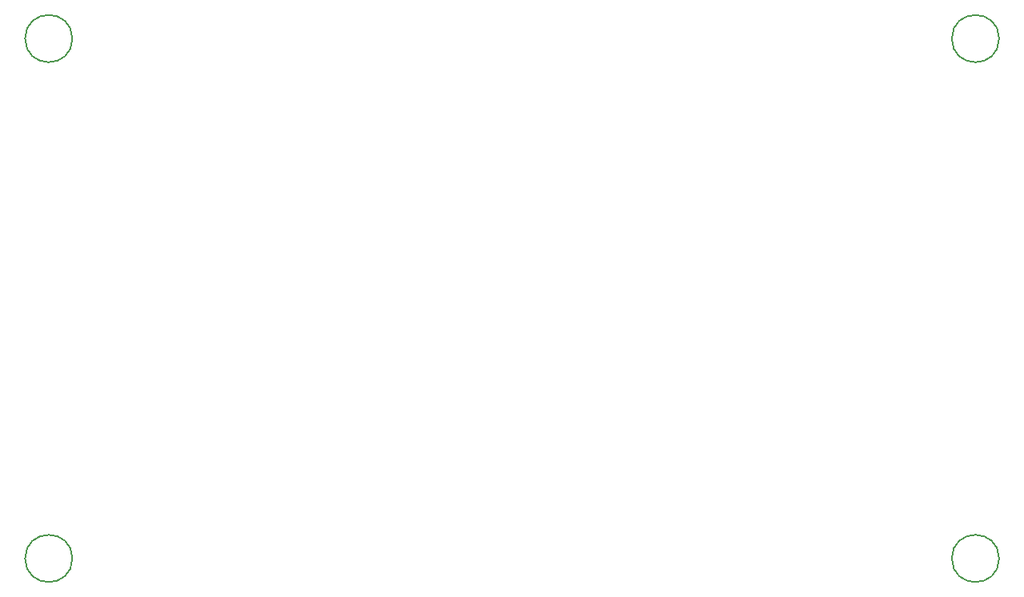
<source format=gbr>
%TF.GenerationSoftware,KiCad,Pcbnew,7.0.10*%
%TF.CreationDate,2024-08-09T23:07:07+02:00*%
%TF.ProjectId,Kicad_Projet_Trains_Sons,4b696361-645f-4507-926f-6a65745f5472,V2*%
%TF.SameCoordinates,Original*%
%TF.FileFunction,Other,Comment*%
%FSLAX46Y46*%
G04 Gerber Fmt 4.6, Leading zero omitted, Abs format (unit mm)*
G04 Created by KiCad (PCBNEW 7.0.10) date 2024-08-09 23:07:07*
%MOMM*%
%LPD*%
G01*
G04 APERTURE LIST*
%ADD10C,0.150000*%
G04 APERTURE END LIST*
D10*
%TO.C,REF1*%
X65900000Y-40500000D02*
G75*
G03*
X60900000Y-40500000I-2500000J0D01*
G01*
X60900000Y-40500000D02*
G75*
G03*
X65900000Y-40500000I2500000J0D01*
G01*
%TO.C,REF2*%
X163900000Y-40500000D02*
G75*
G03*
X158900000Y-40500000I-2500000J0D01*
G01*
X158900000Y-40500000D02*
G75*
G03*
X163900000Y-40500000I2500000J0D01*
G01*
%TO.C,REF4*%
X65900000Y-95500000D02*
G75*
G03*
X60900000Y-95500000I-2500000J0D01*
G01*
X60900000Y-95500000D02*
G75*
G03*
X65900000Y-95500000I2500000J0D01*
G01*
%TO.C,REF3*%
X163900000Y-95500000D02*
G75*
G03*
X158900000Y-95500000I-2500000J0D01*
G01*
X158900000Y-95500000D02*
G75*
G03*
X163900000Y-95500000I2500000J0D01*
G01*
%TD*%
M02*

</source>
